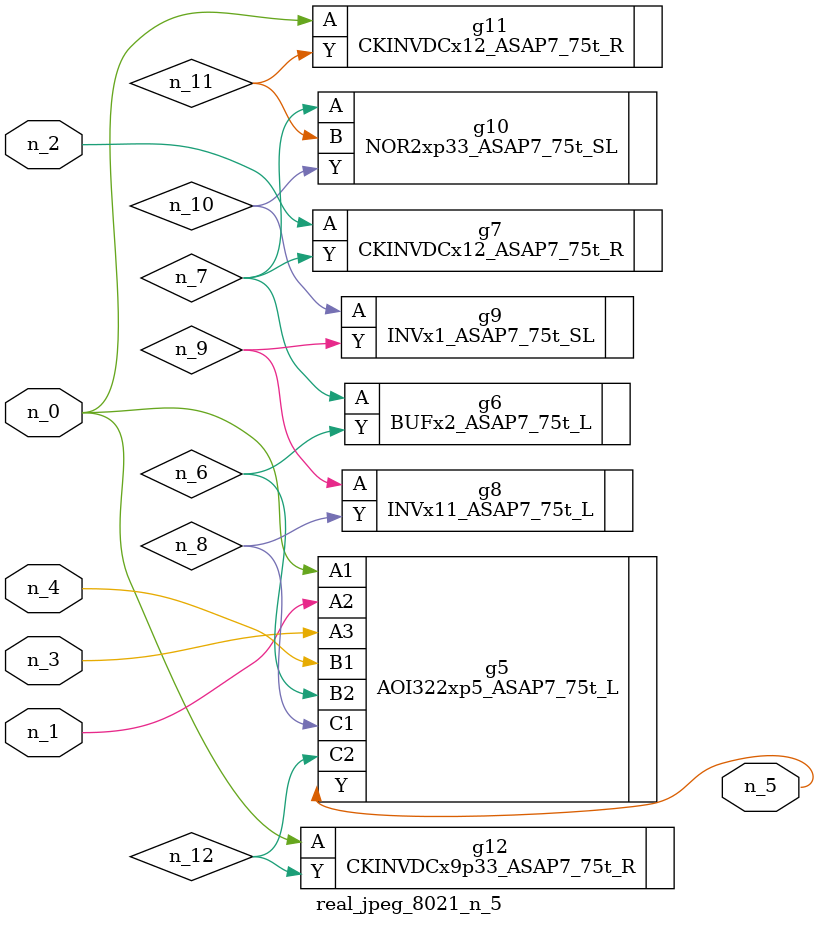
<source format=v>
module real_jpeg_8021_n_5 (n_4, n_0, n_1, n_2, n_3, n_5);

input n_4;
input n_0;
input n_1;
input n_2;
input n_3;

output n_5;

wire n_12;
wire n_8;
wire n_11;
wire n_6;
wire n_7;
wire n_10;
wire n_9;

AOI322xp5_ASAP7_75t_L g5 ( 
.A1(n_0),
.A2(n_1),
.A3(n_3),
.B1(n_4),
.B2(n_6),
.C1(n_8),
.C2(n_12),
.Y(n_5)
);

CKINVDCx12_ASAP7_75t_R g11 ( 
.A(n_0),
.Y(n_11)
);

CKINVDCx9p33_ASAP7_75t_R g12 ( 
.A(n_0),
.Y(n_12)
);

CKINVDCx12_ASAP7_75t_R g7 ( 
.A(n_2),
.Y(n_7)
);

BUFx2_ASAP7_75t_L g6 ( 
.A(n_7),
.Y(n_6)
);

NOR2xp33_ASAP7_75t_SL g10 ( 
.A(n_7),
.B(n_11),
.Y(n_10)
);

INVx11_ASAP7_75t_L g8 ( 
.A(n_9),
.Y(n_8)
);

INVx1_ASAP7_75t_SL g9 ( 
.A(n_10),
.Y(n_9)
);


endmodule
</source>
